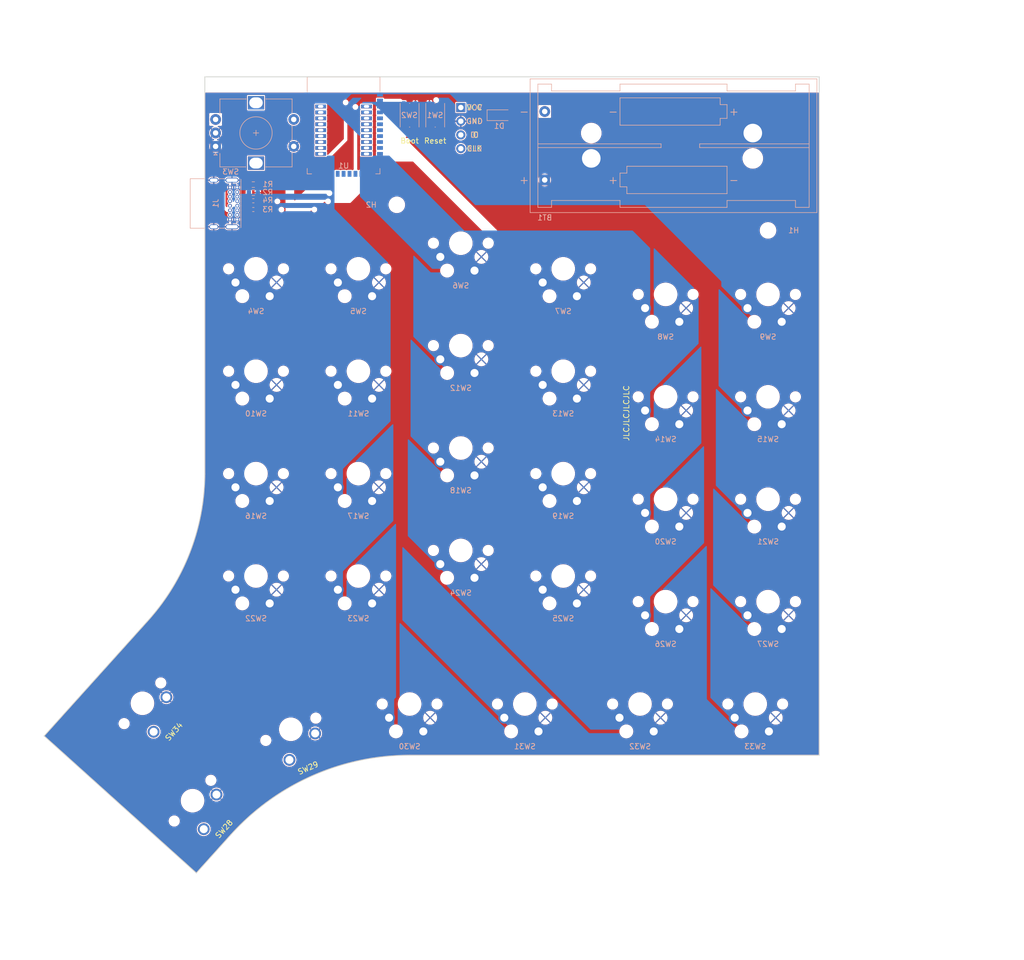
<source format=kicad_pcb>
(kicad_pcb (version 20210623) (generator pcbnew)
  (layers (0 "F.Cu" signal) (31 "B.Cu" signal) (34 "B.Paste" user) (35 "F.Paste" user) (36 "B.SilkS" user "B.Silkscreen") (37 "F.SilkS" user "F.Silkscreen") (38 "B.Mask" user) (39 "F.Mask" user) (44 "Edge.Cuts" user))
  (net 0 "")
  (net 1 "GND")
  (net 2 "VCC")
  (net 3 "ROT_B")
  (net 4 "ROT_A")
  (net 5 "S00")
  (net 6 "S01")
  (net 7 "S02")
  (net 8 "S03")
  (net 9 "S04")
  (net 10 "S05")
  (net 11 "S10")
  (net 12 "S11")
  (net 13 "S12")
  (net 14 "S13")
  (net 15 "S14")
  (net 16 "S15")
  (net 17 "S20")
  (net 18 "S21")
  (net 19 "S22")
  (net 20 "S23")
  (net 21 "S24")
  (net 22 "S25")
  (net 23 "S30")
  (net 24 "S31")
  (net 25 "S32")
  (net 26 "S33")
  (net 27 "S34")
  (net 28 "S35")
  (net 29 "S40")
  (net 30 "S41")
  (net 31 "S42")
  (net 32 "S43")
  (net 33 "S44")
  (net 34 "S45")
  (net 35 "S50")
  (net 36 "SWDIO")
  (net 37 "SWCLK")
  (net 38 "ROT_Switch")
  (net 43 "VBUS")
  (net 44 "D-")
  (net 45 "D+")
  (net 49 "RESET")
  (net 51 "BOOT")
  (net 52 "Net-(J1-PadA5)")
  (net 53 "Net-(J1-PadA6)")
  (net 54 "Net-(J1-PadA7)")
  (net 57 "Net-(J1-PadB5)")
  (net 58 "Net-(BT1-Pad1)")
  (footprint "blackwing:SW_Cherry_MX_1.75u_PCB" (layer "F.Cu") (at 70.402309 140.530366 -132)
    (fp_text reference "SW34" (at -2.54 -2.794 48) (layer "F.SilkS"))
    (fp_text value "SW_Push")
    (pad "" np_thru_hole circle (at -7.62 5.08 228) (size 1.7 1.7) (drill 1.7) (layers *.Cu *.Mask))
    (pad "" np_thru_hole circle (at 2.54 5.08 228) (size 1.7 1.7) (drill 1.7) (layers *.Cu *.Mask))
    (pad "" np_thru_hole circle (at -2.54 5.08 228) (size 4 4) (drill 4) (layers *.Cu *.Mask))
    (pad "1" thru_hole circle (at 0 0 228) (size 2.2 2.2) (drill 1.5) (layers *.Cu *.Mask) (net 35 "S50"))
    (pad "2" thru_hole circle (at -6.35 2.54 228) (size 2.2 2.2) (drill 1.5) (layers *.Cu *.Mask) (net 1 "GND"))
  )
  (footprint "blackwing:SW_Cherry_MX_1.00u_PCB" (layer "F.Cu") (at 79.697254 158.601495 -132)
    (fp_text reference "SW28" (at -2.54 -2.794 48) (layer "F.SilkS"))
    (fp_text value "SW_Push")
    (pad "" np_thru_hole circle (at -7.62 5.08 228) (size 1.7 1.7) (drill 1.7) (layers *.Cu *.Mask))
    (pad "" np_thru_hole circle (at -2.54 5.08 228) (size 4 4) (drill 4) (layers *.Cu *.Mask))
    (pad "" np_thru_hole circle (at 2.54 5.08 228) (size 1.7 1.7) (drill 1.7) (layers *.Cu *.Mask))
    (pad "1" thru_hole circle (at 0 0 228) (size 2.2 2.2) (drill 1.5) (layers *.Cu *.Mask) (net 29 "S40"))
    (pad "2" thru_hole circle (at -6.35 2.54 228) (size 2.2 2.2) (drill 1.5) (layers *.Cu *.Mask) (net 1 "GND"))
  )
  (footprint "blackwing:SW_Cherry_MX_1.00u_PCB" (layer "F.Cu") (at 95.598488 145.742647 -156)
    (fp_text reference "SW29" (at -2.54 -2.794 24) (layer "F.SilkS"))
    (fp_text value "SW_Push")
    (pad "" np_thru_hole circle (at -7.62 5.08 204) (size 1.7 1.7) (drill 1.7) (layers *.Cu *.Mask))
    (pad "" np_thru_hole circle (at 2.54 5.08 204) (size 1.7 1.7) (drill 1.7) (layers *.Cu *.Mask))
    (pad "" np_thru_hole circle (at -2.54 5.08 204) (size 4 4) (drill 4) (layers *.Cu *.Mask))
    (pad "1" thru_hole circle (at 0 0 204) (size 2.2 2.2) (drill 1.5) (layers *.Cu *.Mask) (net 30 "S41"))
    (pad "2" thru_hole circle (at -6.35 2.54 204) (size 2.2 2.2) (drill 1.5) (layers *.Cu *.Mask) (net 1 "GND"))
  )
  (footprint "blackwing:SW_Cherry_MX_1.00u_PCB" (layer "B.Cu") (at 186.93567 121.463724)
    (fp_text reference "SW27" (at -2.54 2.794) (layer "B.SilkS") (effects (justify mirror)))
    (fp_text value "SW_Push")
    (pad "" np_thru_hole circle (at -2.54 -5.08) (size 4 4) (drill 4) (layers *.Cu *.Mask))
    (pad "" np_thru_hole circle (at 2.54 -5.08) (size 1.7 1.7) (drill 1.7) (layers *.Cu *.Mask))
    (pad "" np_thru_hole circle (at -7.62 -5.08) (size 1.7 1.7) (drill 1.7) (layers *.Cu *.Mask))
    (pad "1" thru_hole circle (at 0 0) (size 2.2 2.2) (drill 1.5) (layers *.Cu *.Mask) (net 28 "S35"))
    (pad "2" thru_hole circle (at -6.35 -2.54) (size 2.2 2.2) (drill 1.5) (layers *.Cu *.Mask) (net 1 "GND"))
  )
  (footprint "blackwing:SW_Cherry_MX_1.00u_PCB" (layer "B.Cu") (at 163.18567 140.463725)
    (fp_text reference "SW32" (at -2.54 2.794) (layer "B.SilkS") (effects (justify mirror)))
    (fp_text value "SW_Push")
    (pad "" np_thru_hole circle (at -7.62 -5.08) (size 1.7 1.7) (drill 1.7) (layers *.Cu *.Mask))
    (pad "" np_thru_hole circle (at 2.54 -5.08) (size 1.7 1.7) (drill 1.7) (layers *.Cu *.Mask))
    (pad "" np_thru_hole circle (at -2.54 -5.08) (size 4 4) (drill 4) (layers *.Cu *.Mask))
    (pad "1" thru_hole circle (at 0 0) (size 2.2 2.2) (drill 1.5) (layers *.Cu *.Mask) (net 33 "S44"))
    (pad "2" thru_hole circle (at -6.35 -2.54) (size 2.2 2.2) (drill 1.5) (layers *.Cu *.Mask) (net 1 "GND"))
  )
  (footprint "blackwing:SW_Cherry_MX_1.00u_PCB" (layer "B.Cu") (at 167.93567 121.463725)
    (fp_text reference "SW26" (at -2.54 2.794) (layer "B.SilkS") (effects (justify mirror)))
    (fp_text value "SW_Push")
    (pad "" np_thru_hole circle (at 2.54 -5.08) (size 1.7 1.7) (drill 1.7) (layers *.Cu *.Mask))
    (pad "" np_thru_hole circle (at -2.54 -5.08) (size 4 4) (drill 4) (layers *.Cu *.Mask))
    (pad "" np_thru_hole circle (at -7.62 -5.08) (size 1.7 1.7) (drill 1.7) (layers *.Cu *.Mask))
    (pad "1" thru_hole circle (at 0 0) (size 2.2 2.2) (drill 1.5) (layers *.Cu *.Mask) (net 27 "S34"))
    (pad "2" thru_hole circle (at -6.35 -2.54) (size 2.2 2.2) (drill 1.5) (layers *.Cu *.Mask) (net 1 "GND"))
  )
  (footprint "blackwing:SW_Cherry_MX_1.00u_PCB" (layer "B.Cu") (at 120.43567 140.463725)
    (fp_text reference "SW30" (at -2.54 2.794) (layer "B.SilkS") (effects (justify mirror)))
    (fp_text value "SW_Push")
    (pad "" np_thru_hole circle (at 2.54 -5.08) (size 1.7 1.7) (drill 1.7) (layers *.Cu *.Mask))
    (pad "" np_thru_hole circle (at -2.54 -5.08) (size 4 4) (drill 4) (layers *.Cu *.Mask))
    (pad "" np_thru_hole circle (at -7.62 -5.08) (size 1.7 1.7) (drill 1.7) (layers *.Cu *.Mask))
    (pad "1" thru_hole circle (at 0 0) (size 2.2 2.2) (drill 1.5) (layers *.Cu *.Mask) (net 31 "S42"))
    (pad "2" thru_hole circle (at -6.35 -2.54) (size 2.2 2.2) (drill 1.5) (layers *.Cu *.Mask) (net 1 "GND"))
  )
  (footprint "blackwing:SW_Cherry_MX_1.25u_PCB" (layer "B.Cu") (at 141.810671 140.463725)
    (fp_text reference "SW31" (at -2.54 2.794) (layer "B.SilkS") (effects (justify mirror)))
    (fp_text value "SW_Push")
    (pad "" np_thru_hole circle locked (at -2.54 -5.08) (size 4 4) (drill 4) (layers *.Cu *.Mask))
    (pad "" np_thru_hole circle locked (at -7.62 -5.08) (size 1.7 1.7) (drill 1.7) (layers *.Cu *.Mask))
    (pad "" np_thru_hole circle locked (at 2.54 -5.08) (size 1.7 1.7) (drill 1.7) (layers *.Cu *.Mask))
    (pad "1" thru_hole circle locked (at 0 0) (size 2.2 2.2) (drill 1.5) (layers *.Cu *.Mask) (net 32 "S43"))
    (pad "2" thru_hole circle locked (at -6.35 -2.54) (size 2.2 2.2) (drill 1.5) (layers *.Cu *.Mask) (net 1 "GND"))
  )
  (footprint "blackwing:SW_Cherry_MX_1.25u_PCB" (layer "B.Cu") (at 184.560672 140.463725)
    (fp_text reference "SW33" (at -2.54 2.794) (layer "B.SilkS") (effects (justify mirror)))
    (fp_text value "SW_Push")
    (pad "" np_thru_hole circle locked (at -2.54 -5.08) (size 4 4) (drill 4) (layers *.Cu *.Mask))
    (pad "" np_thru_hole circle locked (at -7.62 -5.08) (size 1.7 1.7) (drill 1.7) (layers *.Cu *.Mask))
    (pad "" np_thru_hole circle locked (at 2.54 -5.08) (size 1.7 1.7) (drill 1.7) (layers *.Cu *.Mask))
    (pad "1" thru_hole circle locked (at 0 0) (size 2.2 2.2) (drill 1.5) (layers *.Cu *.Mask) (net 34 "S45"))
    (pad "2" thru_hole circle locked (at -6.35 -2.54) (size 2.2 2.2) (drill 1.5) (layers *.Cu *.Mask) (net 1 "GND"))
  )
  (footprint "blackwing:Programming_Header" (layer "B.Cu") (at 127.39567 24.708724 180)
    (fp_text reference "J2" hide)
    (fp_text value "Conn_01x04")
    (fp_text user "CLK" (at -2.54 -7.62) (layer "B.SilkS") (effects (justify mirror)))
    (fp_text user "GND" (at -2.54 -2.54) (layer "B.SilkS") (effects (justify mirror)))
    (fp_text user "IO" (at -2.54 -5.08) (layer "B.SilkS") (effects (justify mirror)))
    (fp_text user "VCC" (at -2.54 0) (layer "B.SilkS") (effects (justify mirror)))
    (fp_text user "IO" (at -2.54 -5.08) (layer "F.SilkS"))
    (fp_text user "VCC" (at -2.54 0) (layer "F.SilkS"))
    (fp_text user "GND" (at -2.54 -2.54) (layer "F.SilkS"))
    (fp_text user "CLK" (at -2.54 -7.62) (layer "F.SilkS"))
    (pad "1" thru_hole rect (at 0 0 180) (size 1.7 1.7) (drill 1) (layers *.Cu *.Mask) (net 2 "VCC"))
    (pad "2" thru_hole oval (at 0 -2.54 180) (size 1.7 1.7) (drill 1) (layers *.Cu *.Mask) (net 1 "GND"))
    (pad "3" thru_hole oval (at 0 -5.08 180) (size 1.7 1.7) (drill 1) (layers *.Cu *.Mask) (net 36 "SWDIO"))
    (pad "4" thru_hole oval (at 0 -7.62 180) (size 1.7 1.7) (drill 1) (layers *.Cu *.Mask) (net 37 "SWCLK"))
  )
  (footprint "blackwing:SW_Cherry_MX_1.00u_PCB" (layer "B.Cu") (at 110.935671 97.713726)
    (fp_text reference "SW17" (at -2.54 2.794) (layer "B.SilkS") (effects (justify mirror)))
    (fp_text value "SW_Push")
    (pad "" np_thru_hole circle (at 2.54 -5.08) (size 1.7 1.7) (drill 1.7) (layers *.Cu *.Mask))
    (pad "" np_thru_hole circle (at -7.62 -5.08) (size 1.7 1.7) (drill 1.7) (layers *.Cu *.Mask))
    (pad "" np_thru_hole circle (at -2.54 -5.08) (size 4 4) (drill 4) (layers *.Cu *.Mask))
    (pad "1" thru_hole circle (at 0 0) (size 2.2 2.2) (drill 1.5) (layers *.Cu *.Mask) (net 18 "S21"))
    (pad "2" thru_hole circle (at -6.35 -2.54) (size 2.2 2.2) (drill 1.5) (layers *.Cu *.Mask) (net 1 "GND"))
  )
  (footprint "blackwing:SW_Cherry_MX_1.00u_PCB" (layer "B.Cu") (at 91.935672 97.713725)
    (fp_text reference "SW16" (at -2.54 2.794) (layer "B.SilkS") (effects (justify mirror)))
    (fp_text value "SW_Push")
    (pad "" np_thru_hole circle (at -2.54 -5.08) (size 4 4) (drill 4) (layers *.Cu *.Mask))
    (pad "" np_thru_hole circle (at -7.62 -5.08) (size 1.7 1.7) (drill 1.7) (layers *.Cu *.Mask))
    (pad "" np_thru_hole circle (at 2.54 -5.08) (size 1.7 1.7) (drill 1.7) (layers *.Cu *.Mask))
    (pad "1" thru_hole circle (at 0 0) (size 2.2 2.2) (drill 1.5) (layers *.Cu *.Mask) (net 17 "S20"))
    (pad "2" thru_hole circle (at -6.35 -2.54) (size 2.2 2.2) (drill 1.5) (layers *.Cu *.Mask) (net 1 "GND"))
  )
  (footprint "blackwing:SW_Cherry_MX_1.00u_PCB" (layer "B.Cu") (at 186.935671 83.463725)
    (fp_text reference "SW15" (at -2.54 2.794) (layer "B.SilkS") (effects (justify mirror)))
    (fp_text value "SW_Push")
    (pad "" np_thru_hole circle (at -7.62 -5.08) (size 1.7 1.7) (drill 1.7) (layers *.Cu *.Mask))
    (pad "" np_thru_hole circle (at -2.54 -5.08) (size 4 4) (drill 4) (layers *.Cu *.Mask))
    (pad "" np_thru_hole circle (at 2.54 -5.08) (size 1.7 1.7) (drill 1.7) (layers *.Cu *.Mask))
    (pad "1" thru_hole circle (at 0 0) (size 2.2 2.2) (drill 1.5) (layers *.Cu *.Mask) (net 16 "S15"))
    (pad "2" thru_hole circle (at -6.35 -2.54) (size 2.2 2.2) (drill 1.5) (layers *.Cu *.Mask) (net 1 "GND"))
  )
  (footprint "blackwing:SW_Cherry_MX_1.00u_PCB" (layer "B.Cu") (at 167.935671 83.463725)
    (fp_text reference "SW14" (at -2.54 2.794) (layer "B.SilkS") (effects (justify mirror)))
    (fp_text value "SW_Push")
    (pad "" np_thru_hole circle (at -2.54 -5.08) (size 4 4) (drill 4) (layers *.Cu *.Mask))
    (pad "" np_thru_hole circle (at -7.62 -5.08) (size 1.7 1.7) (drill 1.7) (layers *.Cu *.Mask))
    (pad "" np_thru_hole circle (at 2.54 -5.08) (size 1.7 1.7) (drill 1.7) (layers *.Cu *.Mask))
    (pad "1" thru_hole circle (at 0 0) (size 2.2 2.2) (drill 1.5) (layers *.Cu *.Mask) (net 15 "S14"))
    (pad "2" thru_hole circle (at -6.35 -2.54) (size 2.2 2.2) (drill 1.5) (layers *.Cu *.Mask) (net 1 "GND"))
  )
  (footprint "blackwing:SW_Cherry_MX_1.00u_PCB" (layer "B.Cu") (at 148.935671 78.713726)
    (fp_text reference "SW13" (at -2.54 2.794) (layer "B.SilkS") (effects (justify mirror)))
    (fp_text value "SW_Push")
    (pad "" np_thru_hole circle (at -7.62 -5.08) (size 1.7 1.7) (drill 1.7) (layers *.Cu *.Mask))
    (pad "" np_thru_hole circle (at 2.54 -5.08) (size 1.7 1.7) (drill 1.7) (layers *.Cu *.Mask))
    (pad "" np_thru_hole circle (at -2.54 -5.08) (size 4 4) (drill 4) (layers *.Cu *.Mask))
    (pad "1" thru_hole circle (at 0 0) (size 2.2 2.2) (drill 1.5) (layers *.Cu *.Mask) (net 14 "S13"))
    (pad "2" thru_hole circle (at -6.35 -2.54) (size 2.2 2.2) (drill 1.5) (layers *.Cu *.Mask) (net 1 "GND"))
  )
  (footprint "blackwing:SW_Cherry_MX_1.00u_PCB" (layer "B.Cu") (at 129.935672 73.963725)
    (fp_text reference "SW12" (at -2.54 2.794) (layer "B.SilkS") (effects (justify mirror)))
    (fp_text value "SW_Push")
    (pad "" np_thru_hole circle (at -2.54 -5.08) (size 4 4) (drill 4) (layers *.Cu *.Mask))
    (pad "" np_thru_hole circle (at 2.54 -5.08) (size 1.7 1.7) (drill 1.7) (layers *.Cu *.Mask))
    (pad "" np_thru_hole circle (at -7.62 -5.08) (size 1.7 1.7) (drill 1.7) (layers *.Cu *.Mask))
    (pad "1" thru_hole circle (at 0 0) (size 2.2 2.2) (drill 1.5) (layers *.Cu *.Mask) (net 13 "S12"))
    (pad "2" thru_hole circle (at -6.35 -2.54) (size 2.2 2.2) (drill 1.5) (layers *.Cu *.Mask) (net 1 "GND"))
  )
  (footprint "blackwing:SW_Cherry_MX_1.00u_PCB" (layer "B.Cu") (at 110.93567 78.713725)
    (fp_text reference "SW11" (at -2.54 2.794) (layer "B.SilkS") (effects (justify mirror)))
    (fp_text value "SW_Push")
    (pad "" np_thru_hole circle (at -7.62 -5.08) (size 1.7 1.7) (drill 1.7) (layers *.Cu *.Mask))
    (pad "" np_thru_hole circle (at 2.54 -5.08) (size 1.7 1.7) (drill 1.7) (layers *.Cu *.Mask))
    (pad "" np_thru_hole circle (at -2.54 -5.08) (size 4 4) (drill 4) (layers *.Cu *.Mask))
    (pad "1" thru_hole circle (at 0 0) (size 2.2 2.2) (drill 1.5) (layers *.Cu *.Mask) (net 12 "S11"))
    (pad "2" thru_hole circle (at -6.35 -2.54) (size 2.2 2.2) (drill 1.5) (layers *.Cu *.Mask) (net 1 "GND"))
  )
  (footprint "blackwing:SW_Cherry_MX_1.00u_PCB" (layer "B.Cu") (at 91.93567 78.713724)
    (fp_text reference "SW10" (at -2.54 2.794) (layer "B.SilkS") (effects (justify mirror)))
    (fp_text value "SW_Push")
    (pad "" np_thru_hole circle (at 2.54 -5.08) (size 1.7 1.7) (drill 1.7) (layers *.Cu *.Mask))
    (pad "" np_thru_hole circle (at -7.62 -5.08) (size 1.7 1.7) (drill 1.7) (layers *.Cu *.Mask))
    (pad "" np_thru_hole circle (at -2.54 -5.08) (size 4 4) (drill 4) (layers *.Cu *.Mask))
    (pad "1" thru_hole circle (at 0 0) (size 2.2 2.2) (drill 1.5) (layers *.Cu *.Mask) (net 11 "S10"))
    (pad "2" thru_hole circle (at -6.35 -2.54) (size 2.2 2.2) (drill 1.5) (layers *.Cu *.Mask) (net 1 "GND"))
  )
  (footprint "blackwing:SW_Cherry_MX_1.00u_PCB" (layer "B.Cu") (at 186.93567 64.463725)
    (fp_text reference "SW9" (at -2.54 2.794) (layer "B.SilkS") (effects (justify mirror)))
    (fp_text value "SW_Push")
    (pad "" np_thru_hole circle (at 2.54 -5.08) (size 1.7 1.7) (drill 1.7) (layers *.Cu *.Mask))
    (pad "" np_thru_hole circle (at -7.62 -5.08) (size 1.7 1.7) (drill 1.7) (layers *.Cu *.Mask))
    (pad "" np_thru_hole circle (at -2.54 -5.08) (size 4 4) (drill 4) (layers *.Cu *.Mask))
    (pad "1" thru_hole circle (at 0 0) (size 2.2 2.2) (drill 1.5) (layers *.Cu *.Mask) (net 10 "S05"))
    (pad "2" thru_hole circle (at -6.35 -2.54) (size 2.2 2.2) (drill 1.5) (layers *.Cu *.Mask) (net 1 "GND"))
  )
  (footprint "blackwing:SW_Cherry_MX_1.00u_PCB" (layer "B.Cu") (at 167.935671 64.463724)
    (fp_text reference "SW8" (at -2.54 2.794) (layer "B.SilkS") (effects (justify mirror)))
    (fp_text value "SW_Push")
    (pad "" np_thru_hole circle (at 2.54 -5.08) (size 1.7 1.7) (drill 1.7) (layers *.Cu *.Mask))
    (pad "" np_thru_hole circle (at -2.54 -5.08) (size 4 4) (drill 4) (layers *.Cu *.Mask))
    (pad "" np_thru_hole circle (at -7.62 -5.08) (size 1.7 1.7) (drill 1.7) (layers *.Cu *.Mask))
    (pad "1" thru_hole circle (at 0 0) (size 2.2 2.2) (drill 1.5) (layers *.Cu *.Mask) (net 9 "S04"))
    (pad "2" thru_hole circle (at -6.35 -2.54) (size 2.2 2.2) (drill 1.5) (layers *.Cu *.Mask) (net 1 "GND"))
  )
  (footprint "blackwing:SW_Cherry_MX_1.00u_PCB" (layer "B.Cu") (at 148.93567 59.713726)
    (fp_text reference "SW7" (at -2.54 2.794) (layer "B.SilkS") (effects (justify mirror)))
    (fp_text value "SW_Push")
    (pad "" np_thru_hole circle (at -7.62 -5.08) (size 1.7 1.7) (drill 1.7) (layers *.Cu *.Mask))
    (pad "" np_thru_hole circle (at -2.54 -5.08) (size 4 4) (drill 4) (layers *.Cu *.Mask))
    (pad "" np_thru_hole circle (at 2.54 -5.08) (size 1.7 1.7) (drill 1.7) (layers *.Cu *.Mask))
    (pad "1" thru_hole circle (at 0 0) (size 2.2 2.2) (drill 1.5) (layers *.Cu *.Mask) (net 8 "S03"))
    (pad "2" thru_hole circle (at -6.35 -2.54) (size 2.2 2.2) (drill 1.5) (layers *.Cu *.Mask) (net 1 "GND"))
  )
  (footprint "blackwing:SW_Cherry_MX_1.00u_PCB" (layer "B.Cu") (at 129.93567 54.963725)
    (fp_text reference "SW6" (at -2.54 2.794) (layer "B.SilkS") (effects (justify mirror)))
    (fp_text value "SW_Push")
    (pad "" np_thru_hole circle (at -7.62 -5.08) (size 1.7 1.7) (drill 1.7) (layers *.Cu *.Mask))
    (pad "" np_thru_hole circle (at -2.54 -5.08) (size 4 4) (drill 4) (layers *.Cu *.Mask))
    (pad "" np_thru_hole circle (at 2.54 -5.08) (size 1.7 1.7) (drill 1.7) (layers *.Cu *.Mask))
    (pad "1" thru_hole circle (at 0 0) (size 2.2 2.2) (drill 1.5) (layers *.Cu *.Mask) (net 7 "S02"))
    (pad "2" thru_hole circle (at -6.35 -2.54) (size 2.2 2.2) (drill 1.5) (layers *.Cu *.Mask) (net 1 "GND"))
  )
  (footprint "blackwing:SW_Cherry_MX_1.00u_PCB" (layer "B.Cu") (at 110.935671 59.713724)
    (fp_text reference "SW5" (at -2.54 2.794) (layer "B.SilkS") (effects (justify mirror)))
    (fp_text value "SW_Push")
    (pad "" np_thru_hole circle (at 2.54 -5.08) (size 1.7 1.7) (drill 1.7) (layers *.Cu *.Mask))
    (pad "" np_thru_hole circle (at -2.54 -5.08) (size 4 4) (drill 4) (layers *.Cu *.Mask))
    (pad "" np_thru_hole circle (at -7.62 -5.08) (size 1.7 1.7) (drill 1.7) (layers *.Cu *.Mask))
    (pad "1" thru_hole circle (at 0 0) (size 2.2 2.2) (drill 1.5) (layers *.Cu *.Mask) (net 6 "S01"))
    (pad "2" thru_hole circle (at -6.35 -2.54) (size 2.2 2.2) (drill 1.5) (layers *.Cu *.Mask) (net 1 "GND"))
  )
  (footprint "blackwing:SW_Cherry_MX_1.00u_PCB" (layer "B.Cu") (at 91.935671 59.713726)
    (fp_text reference "SW4" (at -2.54 2.794) (layer "B.SilkS") (effects (justify mirror)))
    (fp_text value "SW_Push")
    (pad "" np_thru_hole circle (at 2.54 -5.08) (size 1.7 1.7) (drill 1.7) (layers *.Cu *.Mask))
    (pad "" np_thru_hole circle (at -7.62 -5.08) (size 1.7 1.7) (drill 1.7) (layers *.Cu *.Mask))
    (pad "" np_thru_hole circle (at -2.54 -5.08) (size 4 4) (drill 4) (layers *.Cu *.Mask))
    (pad "1" thru_hole circle (at 0 0) (size 2.2 2.2) (drill 1.5) (layers *.Cu *.Mask) (net 5 "S00"))
    (pad "2" thru_hole circle (at -6.35 -2.54) (size 2.2 2.2) (drill 1.5) (layers *.Cu *.Mask) (net 1 "GND"))
  )
  (footprint "blackwing:SW_Cherry_MX_1.00u_PCB" (layer "B.Cu") (at 148.935671 97.713725)
    (fp_text reference "SW19" (at -2.54 2.794) (layer "B.SilkS") (effects (justify mirror)))
    (fp_text value "SW_Push")
    (pad "" np_thru_hole circle (at 2.54 -5.08) (size 1.7 1.7) (drill 1.7) (layers *.Cu *.Mask))
    (pad "" np_thru_hole circle (at -7.62 -5.08) (size 1.7 1.7) (drill 1.7) (layers *.Cu *.Mask))
    (pad "" np_thru_hole circle (at -2.54 -5.08) (size 4 4) (drill 4) (layers *.Cu *.Mask))
    (pad "1" thru_hole circle (at 0 0) (size 2.2 2.2) (drill 1.5) (layers *.Cu *.Mask) (net 20 "S23"))
    (pad "2" thru_hole circle (at -6.35 -2.54) (size 2.2 2.2) (drill 1.5) (layers *.Cu *.Mask) (net 1 "GND"))
  )
  (footprint "blackwing:SW_Cherry_MX_1.00u_PCB" (layer "B.Cu") (at 167.935671 102.463725)
    (fp_text reference "SW20" (at -2.54 2.794) (layer "B.SilkS") (effects (justify mirror)))
    (fp_text value "SW_Push")
    (pad "" np_thru_hole circle (at -7.62 -5.08) (size 1.7 1.7) (drill 1.7) (layers *.Cu *.Mask))
    (pad "" np_thru_hole circle (at 2.54 -5.08) (size 1.7 1.7) (drill 1.7) (layers *.Cu *.Mask))
    (pad "" np_thru_hole circle (at -2.54 -5.08) (size 4 4) (drill 4) (layers *.Cu *.Mask))
    (pad "1" thru_hole circle (at 0 0) (size 2.2 2.2) (drill 1.5) (layers *.Cu *.Mask) (net 21 "S24"))
    (pad "2" thru_hole circle (at -6.35 -2.54) (size 2.2 2.2) (drill 1.5) (layers *.Cu *.Mask) (net 1 "GND"))
  )
  (footprint "blackwing:SW_Cherry_MX_1.00u_PCB" (layer "B.Cu") (at 186.93567 102.463725)
    (fp_text reference "SW21" (at -2.54 2.794) (layer "B.SilkS") (effects (justify mirror)))
    (fp_text value "SW_Push")
    (pad "" np_thru_hole circle (at -7.62 -5.08) (size 1.7 1.7) (drill 1.7) (layers *.Cu *.Mask))
    (pad "" np_thru_hole circle (at 2.54 -5.08) (size 1.7 1.7) (drill 1.7) (layers *.Cu *.Mask))
    (pad "" np_thru_hole circle (at -2.54 -5.08) (size 4 4) (drill 4) (layers *.Cu *.Mask))
    (pad "1" thru_hole circle (at 0 0) (size 2.2 2.2) (drill 1.5) (layers *.Cu *.Mask) (net 22 "S25"))
    (pad "2" thru_hole circle (at -6.35 -2.54) (size 2.2 2.2) (drill 1.5) (layers *.Cu *.Mask) (net 1 "GND"))
  )
  (footprint "blackwing:SW_Cherry_MX_1.00u_PCB" (layer "B.Cu") (at 91.935671 116.713724)
    (fp_text reference "SW22" (at -2.54 2.794) (layer "B.SilkS") (effects (justify mirror)))
    (fp_text value "SW_Push")
    (pad "" np_thru_hole circle (at 2.54 -5.08) (size 1.7 1.7) (drill 1.7) (layers *.Cu *.Mask))
    (pad "" np_thru_hole circle (at -7.62 -5.08) (size 1.7 1.7) (drill 1.7) (layers *.Cu *.Mask))
    (pad "" np_thru_hole circle (at -2.54 -5.08) (size 4 4) (drill 4) (layers *.Cu *.Mask))
    (pad "1" thru_hole circle (at 0 0) (size 2.2 2.2) (drill 1.5) (layers *.Cu *.Mask) (net 23 "S30"))
    (pad "2" thru_hole circle (at -6.35 -2.54) (size 2.2 2.2) (drill 1.5) (layers *.Cu *.Mask) (net 1 "GND"))
  )
  (footprint "blackwing:SW_Cherry_MX_1.00u_PCB" (layer "B.Cu") (at 110.93567 116.713726)
    (fp_text reference "SW23" (at -2.54 2.794) (layer "B.SilkS") (effects (justify mirror)))
    (fp_text value "SW_Push")
    (pad "" np_thru_hole circle (at -7.62 -5.08) (size 1.7 1.7) (drill 1.7) (layers *.Cu *.Mask))
    (pad "" np_thru_hole circle (at 2.54 -5.08) (size 1.7 1.7) (drill 1.7) (layers *.Cu *.Mask))
    (pad "" np_thru_hole circle (at -2.54 -5.08) (size 4 4) (drill 4) (layers *.Cu *.Mask))
    (pad "1" thru_hole circle (at 0 0) (size 2.2 2.2) (drill 1.5) (layers *.Cu *.Mask) (net 24 "S31"))
    (pad "2" thru_hole circle (at -6.35 -2.54) (size 2.2 2.2) (drill 1.5) (layers *.Cu *.Mask) (net 1 "GND"))
  )
  (footprint "blackwing:SW_Cherry_MX_1.00u_PCB" (layer "B.Cu") (at 129.93567 111.963724)
    (fp_text reference "SW24" (at -2.54 2.794) (layer "B.SilkS") (effects (justify mirror)))
    (fp_text value "SW_Push")
    (pad "" np_thru_hole circle (at 2.54 -5.08) (size 1.7 1.7) (drill 1.7) (layers *.Cu *.Mask))
    (pad "" np_thru_hole circle (at -2.54 -5.08) (size 4 4) (drill 4) (layers *.Cu *.Mask))
    (pad "" np_thru_hole circle (at -7.62 -5.08) (size 1.7 1.7) (drill 1.7) (layers *.Cu *.Mask))
    (pad "1" thru_hole circle (at 0 0) (size 2.2 2.2) (drill 1.5) (layers *.Cu *.Mask) (net 25 "S32"))
    (pad "2" thru_hole circle (at -6.35 -2.54) (size 2.2 2.2) (drill 1.5) (layers *.Cu *.Mask) (net 1 "GND"))
  )
  (footprint "blackwing:SW_Cherry_MX_1.00u_PCB" (layer "B.Cu") (at 148.935671 116.713725)
    (fp_text reference "SW25" (at -2.54 2.794) (layer "B.SilkS") (effects (justify mirror)))
    (fp_text value "SW_Push")
    (pad "" np_thru_hole circle (at -2.54 -5.08) (size 4 4) (drill 4) (layers *.Cu *.Mask))
    (pad "" np_thru_hole circle (at -7.62 -5.08) (size 1.7 1.7) (drill 1.7) (layers *.Cu *.Mask))
    (pad "" np_thru_hole circle (at 2.54 -5.08) (size 1.7 1.7) (drill 1.7) (layers *.Cu *.Mask))
    (pad "1" thru_hole circle (at 0 0) (size 2.2 2.2) (drill 1.5) (layers *.Cu *.Mask) (net 26 "S33"))
    (pad "2" thru_hole circle (at -6.35 -2.54) (size 2.2 2.2) (drill 1.5) (layers *.Cu *.Mask) (net 1 "GND"))
  )
  (footprint "blackwing:SW_Cherry_MX_1.00u_PCB" (layer "B.Cu") (at 129.93567 92.963726)
    (fp_text reference "SW18" (at -2.54 2.794) (layer "B.SilkS") (effects (justify mirror)))
    (fp_text value "SW_Push")
    (pad "" np_thru_hole circle (at 2.54 -5.08) (size 1.7 1.7) (drill 1.7) (layers *.Cu *.Mask))
    (pad "" np_thru_hole circle (at -7.62 -5.08) (size 1.7 1.7) (drill 1.7) (layers *.Cu *.Mask))
    (pad "" np_thru_hole circle (at -2.54 -5.08) (size 4 4) (drill 4) (layers *.Cu *.Mask))
    (pad "1" thru_hole circle (at 0 0) (size 2.2 2.2) (drill 1.5) (layers *.Cu *.Mask) (net 19 "S22"))
    (pad "2" thru_hole circle (at -6.35 -2.54) (size 2.2 2.2) (drill 1.5) (layers *.Cu *.Mask) (net 1 "GND"))
  )
  (footprint "MountingHole:MountingHole_2.7mm_M2.5_DIN965" (layer "B.Cu") (at 184.395671 47.508725 180)
    (fp_text reference "H1" (at -4.749999 0) (layer "B.SilkS") (effects (justify mirror)))
    (fp_text value "MountingHole")
    (pad "1" np_thru_hole circle locked (at 0 0 180) (size 2.7 2.7) (drill 2.7) (layers *.Cu *.Mask))
  )
  (footprint "MountingHole:MountingHole_2.7mm_M2.5_DIN965" (layer "B.Cu") (at 115.52067 42.758725 180)
    (fp_text reference "H2" (at 4.75 0) (layer "B.SilkS") (effects (justify mirror)))
    (fp_text value "MountingHole")
    (pad "1" np_thru_hole circle locked (at 0 0 180) (size 2.7 2.7) (drill 2.7) (layers *.Cu *.Mask))
  )
  (footprint "Button_Switch_SMD:SW_Push_1P1T_NO_Vertical_Wuerth_434133025816" (layer "B.Cu") (at 122.64567 26.133725 90)
    (fp_text reference "SW1" (at 0 -0.05) (layer "B.SilkS") (effects (justify mirror)))
    (fp_text value "SW_Push")
    (fp_line (start -2.2 -1.75) (end 2.2 -1.75) (layer "B.SilkS") (width 0.12))
    (fp_line (start 2.2 1.75) (end -2.2 1.75) (layer "B.SilkS") (width 0.12))
    (fp_line (start 2.2 -0.05) (end 2.2 0.05) (layer "B.SilkS") (width 0.12))
    (fp_line (start -2.2 -0.05) (end -2.2 0.05) (layer "B.SilkS") (width 0.12))
    (pad "1" smd rect locked (at -2.075 1.075 90) (size 1.05 0.65) (layers "B.Cu" "B.Paste" "B.Mask") (net 49 "RESET"))
    (pad "1" smd rect locked (at 2.075 1.075 90) (size 1.05 0.65) (layers "B.Cu" "B.Paste" "B.Mask") (net 49 "RESET"))
    (pad "2" smd rect locked (at -2.075 -1.075 90) (size 1.05 0.65) (layers "B.Cu" "B.Paste" "B.Mask") (net 1 "GND"))
    (pad "2" smd rect locked (at 2.05 -1.075 90) (size 1.05 0.65) (layers "B.Cu" "B.Paste" "B.Mask") (net 1 "GND"))
  )
  (footprint "blackwing:HOLYIOT-18010-NRF52840" (layer "B.Cu") (at 112.39567 19.008726 180)
    (fp_text reference "U1" (at 6.75 -16.5 unlocked) (layer "B.SilkS") (effects (justify mirror)))
    (fp_text value "HOLYIOT-18010-NRF52840")
    (fp_line (start 13.5 0) (end 13.5 -2.8) (layer "B.SilkS") (width 0.12))
    (fp_line (start 13.5 -17) (end 13.5 -18) (layer "B.SilkS") (width 0.12))
    (fp_line (start 0 -2.8) (end 0 0) (layer "B.SilkS") (width 0.12))
    (fp_line (start 0 -17) (end 0 -18) (layer "B.SilkS") (width 0.12))
    (fp_line (start 0 0) (end 13.5 0) (layer "B.SilkS") (width 0.12))
    (fp_line (start 13.5 -18) (end 12.7 -18) (layer "B.SilkS") (width 0.12))
    (fp_line (start 12.7 -18) (end 13.5 -18) (layer "B.SilkS") (width 0.12))
    (fp_line (start 0.8 -18) (end 0 -18) (layer "B.SilkS") (width 0.12))
    (pad "1" smd rect locked (at 0 -3.3 180) (size 1.1 0.7) (layers "B.Cu" "B.Paste" "B.Mask") (net 1 "GND"))
    (pad "2" smd rect locked (at 0 -4.4 180) (size 1.1 0.7) (layers "B.Cu" "B.Paste" "B.Mask") (net 4 "ROT_A"))
    (pad "3" smd rect locked (at 0 -5.5 180) (size 1.1 0.7) (layers "B.Cu" "B.Paste" "B.Mask") (net 3 "ROT_B"))
    (pad "4" smd rect locked (at 0 -6.6 180) (size 1.1 0.7) (layers "B.Cu" "B.Paste" "B.Mask") (net 38 "ROT_Switch"))
    (pad "5" smd rect locked (at 0 -7.7 180) (size 1.1 0.7) (layers "B.Cu" "B.Paste" "B.Mask"))
    (pad "6" smd rect locked (at 0 -8.8 180) (size 1.1 0.7) (layers "B.Cu" "B.Paste" "B.Mask"))
    (pad "7" smd rect locked (at 0 -9.9 180) (size 1.1 0.7) (layers "B.Cu" "B.Paste" "B.Mask"))
    (pad "8" smd rect locked (at 0 -11 180) (size 1.1 0.7) (layers "B.Cu" "B.Paste" "B.Mask"))
    (pad "9" smd rect locked (at 0 -12.1 180) (size 1.1 0.7) (layers "B.Cu" "B.Paste" "B.Mask"))
    (pad "10" smd rect locked (at 0 -13.2 180) (size 1.1 0.7) (layers "B.Cu" "B.Paste" "B.Mask"))
    (pad "11" smd rect locked (at 0 -14.3 180) (size 1.1 0.7) (layers "B.Cu" "B.Paste" "B.Mask") (net 5 "S00"))
    (pad "12" smd rect locked (at 0 -15.4 180) (size 1.1 0.7) (layers "B.Cu" "B.Paste" "B.Mask") (net 11 "S10"))
    (pad "13" smd rect locked (at 0 -16.5 180) (size 1.1 0.7) (layers "B.Cu" "B.Paste" "B.Mask") (net 17 "S20"))
    (pad "14" smd rect locked (at 1.25 -18 180) (size 0.7 1.1) (layers "B.Cu" "B.Paste" "B.Mask") (net 2 "VCC"))
    (pad "15" smd rect locked (at 2.35 -18 180) (size 0.7 1.1) (layers "B.Cu" "B.Paste" "B.Mask") (net 23 "S30"))
    (pad "16" smd rect locked (at 3.45 -18 180) (size 0.7 1.1) (layers "B.Cu" "B.Paste" "B.Mask") (net 35 "S50"))
    (pad "17" smd rect locked (at 4.55 -18 180) (size 0.7 1.1) (layers "B.Cu" "B.Paste" "B.Mask") (net 29 "S40"))
    (pad "18" smd rect locked (at 5.65 -18 180) (size 0.7 1.1) (layers "B.Cu" "B.Paste" "B.Mask") (net 30 "S41"))
    (pad "19" smd rect locked (at 6.75 -18 180) (size 0.7 1.1) (layers "B.Cu" "B.Paste" "B.Mask") (net 12 "S11"))
    (pad "20" smd rect locked (at 7.85 -18 180) (size 0.7 1.1) (layers "B.Cu" "B.Paste" "B.Mask") (net 6 "S01"))
    (pad "21" smd rect locked (at 8.95 -18 180) (size 0.7 1.1) (layers "B.Cu" "B.Paste" "B.Mask") (net 49 "RESET"))
    (pad "22" smd rect locked (at 10.05 -18 180) (size 0.7 1.1) (layers "B.Cu" "B.Paste" "B.Mask") (net 43 "VBUS"))
    (pad "23" smd rect locked (at 11.15 -18 180) (size 0.7 1.1) (layers "B.Cu" "B.Paste" "B.Mask") (net 44 "D-"))
    (pad "24" smd rect locked (at 12.25 -18 180) (size 0.7 1.1) (layers "B.Cu" "B.Paste" "B.Mask") (net 45 "D+"))
    (pad "25" smd rect locked (at 13.5 -16.5 180) (size 1.1 0.7) (layers "B.Cu" "B.Paste" "B.Mask") (net 1 "GND"))
    (pad "26" smd rect locked (at 13.5 -15.4 180) (size 1.1 0.7) (layers "B.Cu" "B.Paste" "B.Mask") (net 26 "S33"))
    (pad "27" smd rect locked (at 13.5 -14.3 180) (size 1.1 0.7) (layers "B.Cu" "B.Paste" "B.Mask") (net 20 "S23"))
    (pad "28" smd rect locked (at 13.5 -13.2 180) (size 1.1 0.7) (layers "B.Cu" "B.Paste" "B.Mask") (net 14 "S13"))
    (pad "29" smd rect locked (at 13.5 -12.1 180) (size 1.1 0.7) (layers "B.Cu" "B.Paste" "B.Mask") (net 8 "S03"))
    (pad "30" smd rect locked (at 13.5 -11 180) (size 1.1 0.7) (layers "B.Cu" "B.Paste" "B.Mask"))
    (pad "31" smd rect locked (at 13.5 -9.9 180) (size 1.1 0.7) (layers "B.Cu" "B.Paste" "B.Mask") (net 37 "SWCLK"))
    (pad "32" smd rect locked (at 13.5 -8.8 180) (size 1.1 0.7) (layers "B.Cu" "B.Paste" "B.Mask") (net 36 "SWDIO"))
    (pad "33" smd rect locked (at 13.5 -7.7 180) (size 1.1 0.7) (layers "B.Cu" "B.Paste" "B.Mask"))
    (pad "34" smd rect locked (at 13.5 -6.6 180) (size 1.1 0.7) (layers "B.Cu" "B.Paste" "B.Mask"))
    (pad "35" smd rect locked (at 13.5 -5.5 180) (size 1.1 0.7) (layers "B.Cu" "B.Paste" "B.Mask"))
    (pad "36" smd rect locked (at 13.5 -4.4 180) (size 1.1 0.7) (layers "B.Cu" "B.Paste" "B.Mask") (net 51 "BOOT"))
    (pad "37" smd rect locked (at 13.5 -3.3 180) (size 1.1 0.7) (layers "B.Cu" "B.Paste" "B.Mask") (net 1 "GND"))
    (pad "38" thru_hole rect locked (at 2.5 -5.5 180) (size 2 0.7) (drill oval 1 0.5) (layers *.Cu *.Mask) (net 7 "S02"))
    (pad "39" thru_hole rect locked (at 2.5 -6.6 180) (size 2 0.7) (drill oval 1 0.5) (layers *.Cu *.Mask) (net 13 "S12"))
    (pad "40" thru_hole rect locked (at 2.5 -7.7 180) (size 2 0.7) (drill oval 1 0.5) (layers *.Cu *.Mask) (net 19 "S22"))
    (pad "41" thru_hole rect locked (at 2.5 -8.8 180) (size 2 0.7) (drill oval 1 0.5) (layers *.Cu *.Mask) (net 25 "S32"))
    (pad "42" thru_hole rect locked (at 2.5 -9.9 180) (size 2 0.7) (drill oval 1 0.5) (layers *.Cu *.Mask) (net 33 "S44"))
    (pad "43" thru_hole rect locked (at 2.5 -11 180) (size 2 0.7) (drill oval 1 0.5) (layers *.Cu *.Mask) (net 32 "S43"))
    (pad "44" thru_hole rect locked (at 2.5 -12.1 180) (size 2 0.7) (drill oval 1 0.5) (layers *.Cu *.Mask) (net 31 "S42"))
    (pad "45" thru_hole rect locked (at 2.5 -13.2 180) (size 2 0.7) (drill oval 1 0.5) (layers *.Cu *.Mask) (net 24 "S31"))
    (pad "46" thru_hole rect locked (at 2.5 -14.3 180) (size 2 0.7) (drill oval 1 0.5) (layers *.Cu *.Mask) (net 18 "S21"))
    (pad "47" thru_hole rect locked (at 11 -5.5 180) (size 2 0.7) (drill oval 1 0.5) (layers *.Cu *.Mask) (net 10 "S05"))
    (pad "48" thru_hole rect locked (at 11 -6.6 180) (size 2 0.7) (drill oval 1 0.5) (layers *.Cu *.Mask) (net 16 "S15"))
    (pad "49" thru_hole rect locked (at 11 -7.7 180) (size 2 0.7) (drill oval 1 0.5) (layers *.Cu *.Mask) (net 22 "S25"))
    (pad "50" thru_hole rect locked (at 11 -8.8 180) (size 2 0.7) (drill oval 1 0.5) (layers *.Cu *.Mask) (net 28 "S35"))
    (pad "51" thru_hole rect locked (at 11 -9.9 180) (size 2 0.7) (drill oval 1 0.5) (layers *.Cu *.Mask) (net 34 "S45"))
    (pad "52" thru_hole rect locked (at 11 -11 180) (size 2 0.7) (drill oval 1 0.5) (layers *.Cu *.Mask) (net 27 "S34"))
    (pad "53" thru_hole rect locked (at 11 -12.1 180) (size 2 0.7) (drill oval 1 0.5) (layers *.Cu *.Mask) (net 21 "S24"))
    (pad "54" thru_hole rect locked (at 11 -13.2 180) (size 2 0.7) (drill oval 1 0.5) (layers *.Cu *.Mask) (net 15 "S14"))
    (pad "55" thru_hole rect locked (at 11 -14.3 180) (size 2 0.7) (drill oval 1 0.5) (layers *.Cu *.Mask) (net 9 "S04"))
  )
  (footprint "Diode_SMD:D_SOD-123" (layer "B.Cu") (at 134.52067 26.133725)
    (fp_text reference "D1" (at 0 2) (layer "B.SilkS") (effects (justify mirror)))
    (fp_text value "D")
    (fp_line (start -2.25 1) (end 1.65 1) (layer "B.SilkS") (width 0.12))
    (fp_line (start -2.25 -1) (end 1.65 -1) (layer "B.SilkS") (width 0.12))
    (fp_line (start -2.25 1) (end -2.25 -1) (layer "B.SilkS") (width 0.12))
    (pad "1" smd rect locked (at -1.65 0) (size 0.9 1.2) (layers "B.Cu" "B.Paste" "B.Mask") (net 2 "VCC"))
    (pad "2" smd rect locked (at 1.65 0) (size 0.9 1.2) (layers "B.Cu" "B.Paste" "B.Mask") (net 58 "Net-(BT1-Pad1)"))
  )
  (footprint "Connector_USB:USB_C_Receptacle_GCT_USB4085" (layer "B.Cu") (at 85.92067 45.483726 90)
    (fp_text reference "J1" (at 2.975 -3.993 90) (layer "B.SilkS") (effects (justify mirror)))
    (fp_text value "USB_C_Receptacle_USB2.0")
    (fp_line (start -1.5 0.68) (end 7.45 0.68) (layer "B.SilkS") (width 0.12))
    (fp_line (start -1.62 -2.4) (end -1.62 -3.3) (layer "B.SilkS") (width 0.12))
    (fp_line (start -1.62 -6) (end -1.62 -8.73) (layer "B.SilkS") (width 0.12))
    (fp_line (start -1.62 -8.73) (end 7.57 -8.73) (layer "B.SilkS") (width 0.12))
    (fp_line (start 7.57 -2.4) (end 7.57 -3.3) (layer "B.SilkS") (width 0.12))
    (fp_line (start 7.57 -6) (end 7.57 -8.73) (layer "B.SilkS") (width 0.12))
    (pad "A1" thru_hole circle locked (at 0 0 90) (size 0.7 0.7) (drill 0.4) (layers *.Cu *.Mask) (net 1 "GND"))
    (pad "A4" thru_hole circle locked (at 0.85 0 90) (size 0.7 0.7) (drill 0.4) (layers *.Cu *.Mask) (net 43 "VBUS"))
    (pad "A5" thru_hole circle locked (at 1.7 0 90) (size 0.7 0.7) (drill 0.4) (layers *.Cu *.Mask) (net 52 "Net-(J1-PadA5)"))
    (pad "A6" thru_hole circle locked (at 2.55 0 90) (size 0.7 0.7) (drill 0.4) (layers *.Cu *.Mask) (net 53 "Net-(J1-PadA6)"))
    (pad "A7" thru_hole circle locked (at 3.4 0 90) (size 0.7 0.7) (drill 0.4) (layers *.Cu *.Mask) (net 54 "Net-(J1-PadA7)"))
    (pad "A8" thru_hole circle locked (at 4.25 0 90) (size 0.7 0.7) (drill 0.4) (layers *.Cu *.Mask))
    (pad "A9" thru_hole circle locked (at 5.1 0 90) (size 0.7 0.7) (drill 0.4) (layers *.Cu *.Mask) (net 43 "VBUS"))
    (pad "A12" thru_hole circle locked (at 5.95 0 90) (size 0.7 0.7) (drill 0.4) (layers *.Cu *.Mask) (net 1 "GND"))
    (pad "B1" thru_hole circle locked (at 5.95 -1.35 90) (size 0.7 0.7) (drill 0.4) (layers *.Cu *.Mask) (net 1 "GND"))
    (pad "B4" thru_hole circle locked (at 5.1 -1.35 90) (size 0.7 0.7) (drill 0.4) (layers *.Cu *.Mask) (net 43 "VBUS"))
    (pad "B5" thru_hole circle locked (at 4.25 -1.35 90) (size 0.7 0.7) (drill 0.4) (layers *.Cu *.Mask) (net 57 "Net-(J1-PadB5)"))
    (pad "B6" thru_hole circle locked (at 3.4 -1.35 90) (size 0.7 0.7) (drill 0.4) (layers *.Cu *.Mask) (net 53 "Net-(J1-PadA6)"))
    (pad "B7" thru_hole circle locked (at 2.55 -1.35 90) (size 0.7 0.7) (drill 0.4) (layers *.Cu *.Mask) (net 54 "Net-(J1-PadA7)"))
    (pad "B8" thru_hole circle locked (at 1.7 -1.35 90) (size 0.7 0.7) (drill 0.4) (layers *.Cu *.Mask))
    (pad "B9" thru_hole circle locked (at 0.85 -1.35 90) (size 0.7 0.7) (drill 0.4) (layers *.Cu *.Mask) (net 43 "VBUS"))
    (pad "B12" thru_hole circle locked (at 0 -1.35 90) (size 0.7 0.7) (drill 0.4) (layers *.Cu *.Mask) (net 1 "GND"))
    (pad "S1" thru_hole oval locked (at -1.35 -0.98 90) (size 0.9 2.4) (drill oval 0.6 2.1) (layers *.Cu *.Mask) (net 1 "GND"))
    (pad "S1" thru_hole oval locked (at -1.35 -4.36 90) (size 0.9 1.7) (drill oval 0.6 1.4) (layers *.Cu *.Mask) (net 1 "GND"))
    (pad "S1" thru_hole oval locked (at 7.3 -4.36 90) (size 0.9 1.7) (drill oval 0.6 1.4) (layers *.Cu *.Mask) (net 1 "GND"))
    (pad "S1" thru_hole oval locked (at 7.3 -0.98 90) (size 0.9 2.4) (drill oval 0.6 2.1) (layers *.Cu *.Mask) (net 1 "GND"))
  )
  (footprint "Resistor_SMD:R_0603_1608Metric" (layer "B.Cu") (at 88.895671 39.008725 180)
    (fp_text reference "R1" (at -2.683999 0.066) (layer "B.SilkS") (effects (justify mirror)))
    (fp_text value "5.1K")
    (fp_line (start -0.237258 -0.5225) (end 0.237258 -0.5225) (layer "B.SilkS") (width 0.12))
    (fp_line (start -0.237258 0.5225) (end 0.237258 0.5225) (layer "B.SilkS") (width 0.12))
    (pad "1" smd roundrect locked (at -0.825 0 180) (size 0.8 0.95) (layers "B.Cu" "B.Paste" "B.Mask") (net 1 "GND"))
    (pad "2" smd roundrect locked (at 0.825 0 180) (size 0.8 0.95) (layers "B.Cu" "B.Paste" "B.Mask") (net 57 "Net-(J1-PadB5)"))
  )
  (footprint "Resistor_SMD:R_0402_1005Metric" (layer "B.Cu") (at 88.89567 42.008726)
    (fp_text reference "R4" (at 2.684 -0.113999) (layer "B.SilkS") (effects (justify mirror)))
    (fp_text value "22R")
    (fp_line (start -0.153641 -0.38) (end 0.153641 -0.38) (layer "B.SilkS") (width 0.12))
    (fp_line (start -0.153641 0.38) (end 0.153641 0.38) (layer "B.SilkS") (width 0.12))
    (pad "1" smd roundrect locked (at -0.51 0) (size 0.54 0.64) (layers "B.Cu" "B.Paste" "B.Mask") (net 53 "Net-(J1-PadA6)"))
    (pad "2" smd roundrect locked (at 0.51 0) (size 0.54 0.64) (layers "B.Cu" "B.Paste" "B.Mask") (net 45 "D+"))
  )
  (footprint "Battery:BatteryHolder_Keystone_2468_2xAAA" (layer "B.Cu") (at 142.960071 38.147437)
    (fp_text reference "BT1" (at 0 7) (layer "B.SilkS") (effects (justify mirror)))
    (fp_text value "Battery")
    (fp_text user "+" (at -3.81 0) (layer "B.SilkS") (effects (font (size 1.5 1.5)) (justify mirror)))
    (fp_text user "-" (at 12.7 -12.7) (layer "B.SilkS") (effects (font (size 1.5 1.5)) (justify mirror)))
    (fp_text user "+" (at 12.7 0) (layer "B.SilkS") (effects (font (size 1.5 1.5)) (justify mirror)))
    (fp_text user "-" (at -3.81 -12.7) (layer "B.SilkS") (effects (font (size 1.5 1.5)) (justify mirror)))
    (fp_text user "-" (at 35.1 0) (layer "B.SilkS") (effects (font (size 1.5 1.5)) (justify mirror)))
    (fp_text user "+" (at 35.1 -12.7) (layer "B.SilkS") (effects (font (size 1.5 1.5)) (justify mirror)))
    (fp_line (start 49.07 5.08) (end 49.07 -17.78) (layer "B.SilkS") (width 0.12))
    (fp_line (start 15.24 1.27) (end 15.24 2.54) (layer "B.SilkS") (width 0.12))
    (fp_line (start 13.97 -15.24) (end 13.97 -10.16) (layer "B.SilkS") (width 0.12))
    (fp_line (start 15.24 2.54) (end 33.83 2.54) (layer "B.SilkS") (width 0.12))
    (fp_line (start 33.83 3.81) (end 33.83 5.08) (layer "B.SilkS") (width 0.12))
    (fp_line (start 13.97 -17.78) (end 33.83 -17.78) (layer "B.SilkS") (width 0.12))
    (fp_line (start 13.97 1.27) (end 15.24 1.27) (layer "B.SilkS") (width 0.12))
    (fp_line (start 21.59 -6.7) (end -1.27 -6.7) (layer "B.SilkS") (width 0.12))
    (fp_line (start 32.56 -11.43) (end 33.83 -11.43) (layer "B.SilkS") (width 0.12))
    (fp_line (start 49.07 -6) (end 28.75 -6) (layer "B.SilkS") (width 0.12))
    (fp_line (start 1.27 3.81) (end 13.97 3.81) (layer "B.SilkS") (width 0.12))
    (fp_line (start 46.53 3.81) (end 33.83 3.81) (layer "B.SilkS") (width 0.12))
    (fp_line (start -1.27 -17.78) (end 1.27 -17.78) (layer "B.SilkS") (width 0.12))
    (fp_line (start 50.5 6.055) (end -2.7 6.055) (layer "B.SilkS") (width 0.12))
    (fp_line (start 1.27 -17.78) (end 1.27 -16.51) (layer "B.SilkS") (width 0.12))
    (fp_line (start 1.27 3.81) (end 1.27 5.08) (layer "B.SilkS") (width 0.12))
    (fp_line (start 32.56 -13.97) (end 32.56 -15.24) (layer "B.SilkS") (width 0.12))
    (fp_line (start 33.83 -2.54) (end 15.24 -2.54) (layer "B.SilkS") (width 0.12))
    (fp_line (start 1.27 5.08) (end -1.27 5.08) (layer "B.SilkS") (width 0.12))
    (fp_line (start 33.83 5.08) (end 13.97 5.08) (layer "B.SilkS") (width 0.12))
    (fp_line (start 13.97 -10.16) (end 32.56 -10.16) (layer "B.SilkS") (width 0.12))
    (fp_line (start 15.24 -2.54) (end 15.24 -1.27) (layer "B.SilkS") (width 0.12))
    (fp_line (start 33.83 -13.97) (end 32.56 -13.97) (layer "B.SilkS") (width 0.12))
    (fp_line (start 46.53 -17.78) (end 46.53 -16.51) (layer "B.SilkS") (width 0.12))
    (fp_line (start 33.83 2.54) (end 33.83 -2.54) (layer "B.SilkS") (width 0.12))
    (fp_line (start -1.27 -6) (end 21.59 -6) (layer "B.SilkS") (width 0.12))
    (fp_line (start 1.27 -16.51) (end 13.97 -16.51) (layer "B.SilkS") (width 0.12))
    (fp_line (start -1.27 5.08) (end -1.27 -17.78) (layer "B.SilkS") (width 0.12))
    (fp_line (start 46.53 -16.51) (end 33.83 -16.51) (layer "B.SilkS") (width 0.12))
    (fp_line (start 33.83 -11.43) (end 33.83 -13.97) (layer "B.SilkS") (width 0.12))
    (fp_line (start -2.7 -18.755) (end 50.5 -18.755) (layer "B.SilkS") (width 0.12))
    (fp_line (start 32.56 -15.24) (end 13.97 -15.24) (layer "B.SilkS") (width 0.12))
    (fp_line (start 15.24 -1.27) (end 13.97 -1.27) (layer "B.SilkS") (width 0.12))
    (fp_line (start 13.97 -1.27) (end 13.97 1.27) (layer "B.SilkS") (width 0.12))
    (fp_line (start 49.07 -17.78) (end 46.53 -17.78) (layer "B.SilkS") (width 0.12))
    (fp_line (start 28.75 -6) (end 28.75 -6.7) (layer "B.SilkS") (width 0.12))
    (fp_line (start 32.56 -10.16) (end 32.56 -11.43) (layer "B.SilkS") (width 0.12))
    (fp_line (start 46.53 5.08) (end 46.53 3.81) (layer "B.SilkS") (width 0.12))
    (fp_line (start 13.97 5.08) (end 13.97 3.81) (layer "B.SilkS") (width 0.12))
    (fp_line (start 13.97 -16.51) (end 13.97 -17.78) (layer "B.SilkS") (width 0.12))
    (fp_line (start 33.83 -17.78) (end 33.83 -16.51) (layer "B.SilkS") (width 0.12))
    (fp_line (start -2.7 6.05) (end -2.7 -18.75) (layer "B.SilkS") (width 0.12))
    (fp_line (start 21.59 -6) (end 21.59 -6.7) (layer "B.SilkS") (width 0.12))
    (fp_line (start 50.5 -18.75) (end 50.5 6.05) (layer "B.SilkS") (width 0.12))
    (fp_line (start 49.07 5.08) (end 46.53 5.08) (layer "B.SilkS") (width 0.12))
    (fp_line (start 28.75 -6.7) (end 49.07 -6.7) (layer "B.SilkS") (width 0.12))
    (pad "" np_thru_hole circle locked (at 38.61 -8.7) (size 3.45 3.45) (drill 3.45) (layers *.Cu *.Mask))
    (pad "" np_thru_hole circle locked (at 8.64 -4) (size 3.45 3.45) (drill 3.45) (layers *.Cu))
    (pad "1" thru_hole rect locked (at 0 0) (size 2 2) (drill 1.02) (layers *.Cu *.Mask) (net 58 "Net-(BT1-Pad1)"))
    (pad "2" thru_hole circle locked (at 0 -12.7) (size 2 2) (drill 1.02) (layers *.Cu *.Mask) (net 1 "GND"))
  )
  (footprint "Button_Switch_SMD:SW_Push_1P1T_NO_Vertical_Wuerth_434133025816" (layer "B.Cu") (at 117.89567 26.133725 -90)
    (fp_text reference "SW2" (at 0 0.05) (layer "B.SilkS") (effects (justify mirror)))
    (fp_text value "SW_Push")
    (fp_line (start 2.2 1.75) (end -2.2 1.75) (layer "B.SilkS") (width 0.12))
    (fp_line (start -2.2 -1.75) (end 2.2 -1.75) (layer "B.SilkS") (width 0.12))
    (fp_line (start 2.2 -0.05) (end 2.2 0.05) (layer "B.SilkS") (width 0.12))
    (fp_line (start -2.2 -0.05) (end -2.2 0.05) (layer "B.SilkS") (width 0.12))
    (pad "1" smd rect locked (at -2.075 1.075 270) (size 1.05 0.65) (layers "B.Cu" "B.Paste" "B.Mask") (net 51 "BOOT"))
    (pad "1" smd rect locked (at 2.075 1.075 270) (size 1.05 0.65) (layers "B.Cu" "B.Paste" "B.Mask") (net 51 "BOOT"))
    (pad "2" smd rect locked (at 2.05 -1.075 270) (size 1.05 0.65) (layers "B.Cu" "B.Paste" "B.Mask") (net 1 "GND"))
    (pad "2" smd rect locked (at -2.075 -1.075 270) (size 1.05 0.65) (layers "B.Cu" "B.Paste" "B.Mask") (net 1 "GND"))
  )
  (footprint "Resistor_SMD:R_0603_1608Metric" (layer "B.Cu") (at 88.89567 40.508726 180)
    (fp_text reference "R2" (at -2.684 0.089999) (layer "B.SilkS") (effects (justify mirror)))
    (fp_text value "5.1K")
    (fp_line (start -0.237258 -0.5225) (end 0.237258 -0.5225) (layer "B.SilkS") (width 0.12))
    (fp_line (start -0.237258 0.5225) (end 0.237258 0.5225) (layer "B.SilkS") (width 0.12))
    (pad "1" smd roundrect locked (at -0.825 0 180) (size 0.8 0.95) (layers "B.Cu" "B.Paste" "B.Mask") (net 1 "GND"))
    (pad "2" smd roundrect locked (at 0.825 0 180) (size 0.8 0.95) (layers "B.Cu" "B.Paste" "B.Mask") (net 52 "Net-(J1-PadA5)"))
  )
  (footprint "Rotary_Encoder:RotaryEncoder_Alps_EC12E-Switch_Vertical_H20mm" (layer "B.Cu") (at 81.89567 31.922725)
    (fp_text reference "SW3" (at 2.8 4.7) (layer "B.SilkS") (effects (justify mirror)))
    (fp_text value "RotaryEncoder_Switch")
    (fp_line (start 9.3 3.8) (end 14.2 3.8) (layer "B.SilkS") (width 0.12))
    (fp_line (start 7 -2.5) (end 8 -2.5) (layer "B.SilkS") (width 0.12))
    (fp_line (start 14.2 3.8) (end 14.2 1.2) (layer "B.SilkS") (width 0.12))
    (fp_line (start 0.3 1.6) (end 0 1.3) (layer "B.SilkS") (width 0.12))
    (fp_line (start 0.8 -8.8) (end 0.8 -6) (layer "B.SilkS") (width 0.12))
    (fp_line (start 14.2 -1.2) (end 14.2 -3.8) (layer "B.SilkS") (width 0.12))
    (fp_line (start -0.3 1.6) (end 0.3 1.6) (layer "B.SilkS") (width 0.12))
    (fp_line (start 14.2 -8.8) (end 9.3 -8.8) (layer "B.SilkS") (width 0.12))
    (fp_line (start 5.6 3.8) (end 0.8 3.8) (layer "B.SilkS") (width 0.12))
    (fp_line (start 0.8 3.8) (end 0.8 1.3) (layer "B.SilkS") (width 0.12))
    (fp_line (start 5.7 -8.8) (end 0.8 -8.8) (layer "B.SilkS") (width 0.12))
    (fp_line (start 14.2 -6.2) (end 14.2 -8.8) (layer "B.SilkS") (width 0.12))
    (fp_line (start 7.5 -2) (end 7.5 -3) (layer "B.SilkS") (width 0.12))
    (fp_line (start 0 1.3) (end -0.3 1.6) (layer "B.SilkS") (width 0.12))
    (fp_circle (center 7.5 -2.5) (end 10.5 -2.5) (layer "B.SilkS") (width 0.12) (fill none))
    (pad "A" thru_hole rect locked (at 0 0) (size 2 2) (drill 1) (layers *.Cu *.Mask) (net 4 "ROT_A"))
    (pad "B" thru_hole circle locked (at 0 -5) (size 2 2) (drill 1) (layers *.Cu *.Mask) (net 3 "ROT_B"))
    (pad "C" thru_hole circle locked (at 0 -2.5) (size 2 2) (drill 1) (layers *.Cu *.Mask) (net 1 "GND"))
    (pad "MP" thru_hole rect locked (at 7.5 -8.1) (size 3 2.5) (drill oval 2.5 2) (layers *.Cu *.Mask))
    (pad "MP" thru_hole rect locked (at 7.5 3.1) (size 3 2.5) (drill oval 2.5 2) (layers *.Cu *.Mask))
    (pad "S1" thru_hole circle locked (at 14.5 0) (size 2 2) (drill 1) (layers *.Cu *.Mask) (net 38 "ROT_Switch"))
    (pad "S2" thru_hole circle locked (at 14.5 -5) (size 2 2) (drill 1) (layers *.Cu *.Mask) (net 1 "GND"))
  )
  (footprint "Resistor_SMD:R_0402_1005Metric" (layer "B.Cu") (at 88.89567 43.633726)
    (fp_text reference "R3" (at 2.684 -0.012999) (layer "B.SilkS") (effects (justify mirror)))
    (fp_text value "22R")
    (fp_line (start -0.153641 -0.38) (end 0.153641 -0.38) (layer "B.SilkS") (width 0.12))
    (fp_line (start -0.153641 0.38) (end 0.153641 0.38) (layer "B.SilkS") (width 0.12))
    (pad "1" smd roundrect locked (at -0.51 0) (size 0.54 0.64) (layers "B.Cu" "B.Paste" "B.Mask") (net 54 "Net-(J1-PadA7)"))
    (pad "2" smd roundrect locked (at 0.51 0) (size 0.54 0.64) (layers "B.Cu" "B.Paste" "B.Mask") (net 44 "D-"))
  )
  (gr_line (start 50.085322 141.30451) (end 78.324824 166.731472) (layer "Edge.Cuts") (width 0.15))
  (gr_line (start 193.895671 144.883725) (end 117.895671 144.883726) (layer "Edge.Cuts") (width 0.15))
  (gr_line (start 78.324824 166.731472) (end 84.681566 159.671597) (layer "Edge.Cuts") (width 0.15))
  (gr_arc (start 38.83438 92.434813) (end 79.89567 92.723724) (angle 42) (layer "Edge.Cuts") (width 0.15))
  (gr_line (start 79.89567 19.008725) (end 193.89567 19.008725) (layer "Edge.Cuts") (width 0.15))
  (gr_line (start 79.89567 19.008725) (end 79.89567 92.723724) (layer "Edge.Cuts") (width 0.15))
  (gr_line (start 50.085322 141.30451) (end 69.155545 120.124882) (layer "Edge.Cuts") (width 0.15))
  (gr_line (start 193.89567 19.008725) (end 193.895671 144.883725) (layer "Edge.Cuts") (width 0.15))
  (gr_arc (start 117.89567 189.577711) (end 117.895671 144.883726) (angle -48) (layer "Edge.Cuts") (width 0.15))
  (gr_text "JLCJLCJLCJLC" (at 158.119071 81.424437 90) (layer "F.SilkS") (effects (font (size 1 1))))
  (gr_text "Boot" (at 117.89567 30.883725) (layer "F.SilkS") (effects (font (size 1 1))))
  (gr_text "Reset" (at 122.64567 30.883725) (layer "F.SilkS") (effects (font (size 1 1))))
  (zone (net 0) (net_name "") (layers F&B.Cu) (connect_pads (clearance 0)) (min_thickness 0.254)
    (keepout (tracks not_allowed) (vias not_allowed) (pads not_allowed) (copperpour not_allowed) (footprints allowed))
    (fill (thermal_gap 0.508) (thermal_bridge_width 0.508))
    (polygon (pts (xy 193.895671 21.958726) (xy 79.895671 21.958726) (xy 79.89567 19.008725) (xy 193.89567 19.008725)))
  )
  (zone (net 1) (net_name "GND") (layers F&B.Cu) (connect_pads (clearance 0)) (min_thickness 0.2) (fill yes (thermal_gap 0.2) (thermal_bridge_width 0.2))
    (polygon (pts (xy 231.895671 182.883726) (xy 41.89567 182.883724) (xy 41.89567 4.758725) (xy 231.89567 4.758725)))
  )
)
</source>
